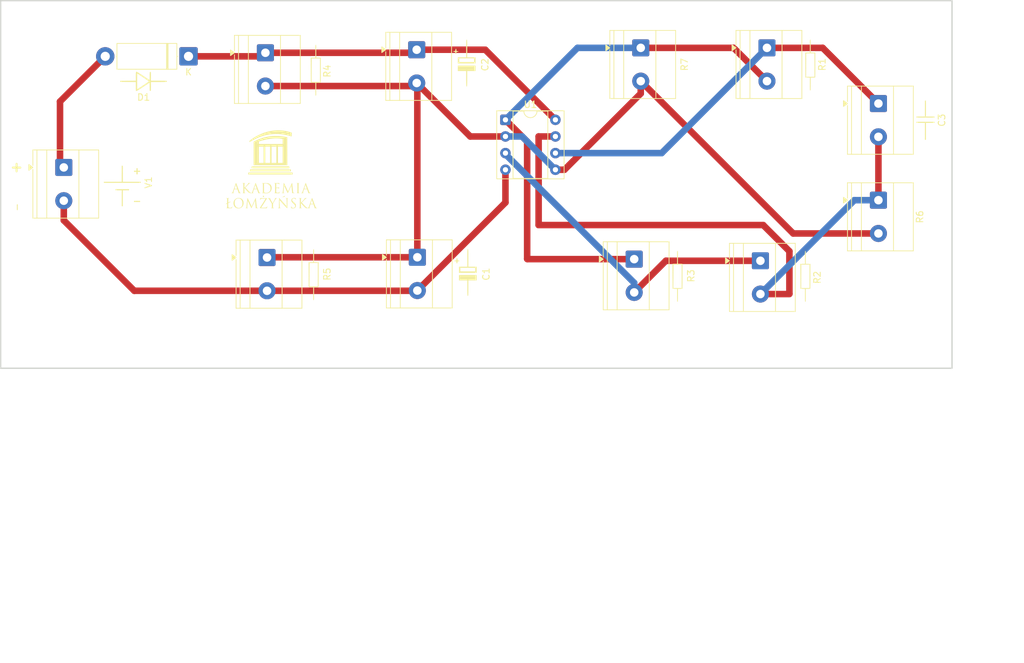
<source format=kicad_pcb>
(kicad_pcb (version 20241229) (generator "pcbnew") (generator_version "9.0")
  (layers (0 "F.Cu" signal) (2 "B.Cu" signal) (13 "F.Paste" user) (15 "B.Paste" user) (5 "F.SilkS" user "F.Silkscreen") (7 "B.SilkS" user "B.Silkscreen") (1 "F.Mask" user) (3 "B.Mask" user) (25 "Edge.Cuts" user))
  (net 0 "")
  (net 1 "GND")
  (net 2 "Net-(U1-V-)")
  (net 3 "Net-(D1-K)")
  (net 4 "Net-(U1-B-)")
  (net 5 "Net-(U1-OUT_B)")
  (net 6 "Net-(D1-A)")
  (net 7 "Net-(U1-OUT_A)")
  (net 8 "Net-(U1-A+)")
  (footprint "MountingHole:MountingHole_4.3mm_M4" (layer "F.Cu") (at 209.25 46.5)
    (property "Reference" "REF**" (hide yes))
    (property "Value" "MountingHole_4.3mm_M4" (hide yes))
    (pad "" np_thru_hole circle (at 0 0) (size 4.3 4.3) (drill 4.3) (layers "*.Cu" "*.Mask"))
  )
  (footprint "TerminalBlock_Phoenix:TerminalBlock_Phoenix_MKDS-1,5-2-5.08_1x02_P5.08mm_Horizontal" (layer "F.Cu") (at 203.3275 71.455 -90)
    (property "Reference" "R6" (at 2.54 -6.32 90) (layer "F.SilkS"))
    (property "Value" "OUTPUT 2")
    (pad "1" thru_hole roundrect (at 0 0 270) (size 2.6 2.6) (drill 1.3) (layers "*.Cu" "*.Mask") (roundrect_rratio 0.096154) (net 5 "Net-(U1-OUT_B)"))
    (pad "2" thru_hole circle (at 5.08 0 270) (size 2.6 2.6) (drill 1.3) (layers "*.Cu" "*.Mask") (net 1 "GND"))
  )
  (footprint "MountingHole:MountingHole_4.3mm_M4" (layer "F.Cu") (at 209.201041 91.400739)
    (property "Reference" "REF**" (hide yes))
    (property "Value" "MountingHole_4.3mm_M4" (hide yes))
    (pad "" np_thru_hole circle (at 0 0) (size 4.3 4.3) (drill 4.3) (layers "*.Cu" "*.Mask"))
  )
  (footprint "kicad moje pliki:kondensator_bipolarny_symbol" (layer "F.Cu") (at 210.5 59.25 90)
    (property "Reference" "C" (hide yes))
    (property "Value" "LOGO" (hide yes))
  )
  (footprint "kicad moje pliki:rezystor_symbol" (layer "F.Cu") (at 193 50.75 90)
    (property "Reference" "G***" (hide yes))
    (property "Value" "LOGO" (hide yes))
  )
  (footprint "TerminalBlock_Phoenix:TerminalBlock_Phoenix_MKDS-1,5-2-5.08_1x02_P5.08mm_Horizontal" (layer "F.Cu") (at 185.3275 80.705 -90)
    (property "Reference" "R2" (at 2.545 -8.6725 90) (layer "F.SilkS"))
    (property "Value" "4k")
    (pad "1" thru_hole roundrect (at 0 0 270) (size 2.6 2.6) (drill 1.3) (layers "*.Cu" "*.Mask") (roundrect_rratio 0.096154) (net 8 "Net-(U1-A+)"))
    (pad "2" thru_hole circle (at 5.08 0 270) (size 2.6 2.6) (drill 1.3) (layers "*.Cu" "*.Mask") (net 5 "Net-(U1-OUT_B)"))
  )
  (footprint "MountingHole:MountingHole_4.3mm_M4" (layer "F.Cu") (at 74.478333 91.362235)
    (property "Reference" "REF**" (hide yes))
    (property "Value" "MountingHole_4.3mm_M4" (hide yes))
    (pad "" np_thru_hole circle (at 0 0) (size 4.3 4.3) (drill 4.3) (layers "*.Cu" "*.Mask"))
  )
  (footprint "TerminalBlock_Phoenix:TerminalBlock_Phoenix_MKDS-1,5-2-5.08_1x02_P5.08mm_Horizontal" (layer "F.Cu") (at 167.0775 48.205 -90)
    (property "Reference" "R7" (at 2.545 -6.6725 90) (layer "F.SilkS"))
    (property "Value" "OUTPUT1")
    (pad "1" thru_hole roundrect (at 0 0 270) (size 2.6 2.6) (drill 1.3) (layers "*.Cu" "*.Mask") (roundrect_rratio 0.096154) (net 7 "Net-(U1-OUT_A)"))
    (pad "2" thru_hole circle (at 5.08 0 270) (size 2.6 2.6) (drill 1.3) (layers "*.Cu" "*.Mask") (net 1 "GND"))
  )
  (footprint "kicad moje pliki:dioda_prostownicza" (layer "F.Cu") (at 91.5 53.25)
    (property "Reference" "G***" (hide yes))
    (property "Value" "LOGO" (hide yes))
  )
  (footprint "kicad moje pliki:rezystor_symbol" (layer "F.Cu") (at 117.25 82.75 90)
    (property "Reference" "G***" (hide yes))
    (property "Value" "LOGO" (hide yes))
  )
  (footprint "Diode_THT:D_5W_P12.70mm_Horizontal" (layer "F.Cu") (at 98.1 49.5 180)
    (property "Reference" "D1" (at 6.85 -6.25 0) (layer "F.SilkS"))
    (property "Value" "1N4148WT")
    (fp_text user "K" (at 0 -2.4 0) (layer "F.SilkS"))
    (pad "1" thru_hole roundrect (at 0 0 180) (size 2.8 2.8) (drill 1.4) (layers "*.Cu" "*.Mask") (roundrect_rratio 0.089286) (net 3 "Net-(D1-K)"))
    (pad "2" thru_hole circle (at 12.7 0 180) (size 2.8 2.8) (drill 1.4) (layers "*.Cu" "*.Mask") (net 6 "Net-(D1-A)"))
  )
  (footprint "TerminalBlock_Phoenix:TerminalBlock_Phoenix_MKDS-1,5-2-5.08_1x02_P5.08mm_Horizontal" (layer "F.Cu") (at 79.0775 66.455 -90)
    (property "Reference" "V1" (at 2.295 -12.9225 90) (layer "F.SilkS"))
    (property "Value" "~")
    (pad "1" thru_hole roundrect (at 0 0 270) (size 2.6 2.6) (drill 1.3) (layers "*.Cu" "*.Mask") (roundrect_rratio 0.096154) (net 6 "Net-(D1-A)"))
    (pad "2" thru_hole circle (at 5.08 0 270) (size 2.6 2.6) (drill 1.3) (layers "*.Cu" "*.Mask") (net 2 "Net-(U1-V-)"))
  )
  (footprint "kicad moje pliki:LOGO_AL" (layer "F.Cu") (at 110.749213 67.495923)
    (property "Reference" "G***" (hide yes))
    (property "Value" "LOGO" (hide yes))
  )
  (footprint "MountingHole:MountingHole_4.3mm_M4" (layer "F.Cu") (at 74.5 46.5)
    (property "Reference" "REF**" (hide yes))
    (property "Value" "MountingHole_4.3mm_M4" (hide yes))
    (pad "" np_thru_hole circle (at 0 0) (size 4.3 4.3) (drill 4.3) (layers "*.Cu" "*.Mask"))
  )
  (footprint "TerminalBlock_Phoenix:TerminalBlock_Phoenix_MKDS-1,5-2-5.08_1x02_P5.08mm_Horizontal" (layer "F.Cu") (at 203.3275 56.705 -90)
    (property "Reference" "C3" (at 2.545 -9.6725 90) (layer "F.SilkS"))
    (property "Value" "0.1uF")
    (pad "1" thru_hole roundrect (at 0 0 270) (size 2.6 2.6) (drill 1.3) (layers "*.Cu" "*.Mask") (roundrect_rratio 0.096154) (net 4 "Net-(U1-B-)"))
    (pad "2" thru_hole circle (at 5.08 0 270) (size 2.6 2.6) (drill 1.3) (layers "*.Cu" "*.Mask") (net 5 "Net-(U1-OUT_B)"))
  )
  (footprint "kicad moje pliki:kondensator_bipolarny_symbol" (layer "F.Cu") (at 140.5 50.5)
    (property "Reference" "G***" (hide yes))
    (property "Value" "LOGO" (hide yes))
  )
  (footprint "TerminalBlock_Phoenix:TerminalBlock_Phoenix_MKDS-1,5-2-5.08_1x02_P5.08mm_Horizontal" (layer "F.Cu") (at 132.905 48.49 -90)
    (property "Reference" "C2" (at 2.295 -10.4225 90) (layer "F.SilkS"))
    (property "Value" "100uF")
    (pad "1" thru_hole roundrect (at 0 0 270) (size 2.6 2.6) (drill 1.3) (layers "*.Cu" "*.Mask") (roundrect_rratio 0.096154) (net 3 "Net-(D1-K)"))
    (pad "2" thru_hole circle (at 5.08 0 270) (size 2.6 2.6) (drill 1.3) (layers "*.Cu" "*.Mask") (net 1 "GND"))
  )
  (footprint "TerminalBlock_Phoenix:TerminalBlock_Phoenix_MKDS-1,5-2-5.08_1x02_P5.08mm_Horizontal" (layer "F.Cu") (at 109.8275 48.955 -90)
    (property "Reference" "R4" (at 2.795 -9.4225 90) (layer "F.SilkS"))
    (property "Value" "470")
    (pad "1" thru_hole roundrect (at 0 0 270) (size 2.6 2.6) (drill 1.3) (layers "*.Cu" "*.Mask") (roundrect_rratio 0.096154) (net 3 "Net-(D1-K)"))
    (pad "2" thru_hole circle (at 5.08 0 270) (size 2.6 2.6) (drill 1.3) (layers "*.Cu" "*.Mask") (net 1 "GND"))
  )
  (footprint "kicad moje pliki:bateria_symbol" (layer "F.Cu") (at 88 69.25)
    (property "Reference" "G***" (hide yes))
    (property "Value" "LOGO" (hide yes))
  )
  (footprint "kicad moje pliki:rezystor_symbol" (layer "F.Cu") (at 117.5775 51.535 90)
    (property "Reference" "G***" (hide yes))
    (property "Value" "LOGO" (hide yes))
  )
  (footprint "TerminalBlock_Phoenix:TerminalBlock_Phoenix_MKDS-1,5-2-5.08_1x02_P5.08mm_Horizontal" (layer "F.Cu") (at 110.0775 80.205 -90)
    (property "Reference" "R5" (at 2.545 -9.1725 90) (layer "F.SilkS"))
    (property "Value" "470")
    (pad "1" thru_hole roundrect (at 0 0 270) (size 2.6 2.6) (drill 1.3) (layers "*.Cu" "*.Mask") (roundrect_rratio 0.096154) (net 1 "GND"))
    (pad "2" thru_hole circle (at 5.08 0 270) (size 2.6 2.6) (drill 1.3) (layers "*.Cu" "*.Mask") (net 2 "Net-(U1-V-)"))
  )
  (footprint "TerminalBlock_Phoenix:TerminalBlock_Phoenix_MKDS-1,5-2-5.08_1x02_P5.08mm_Horizontal" (layer "F.Cu") (at 186.3275 48.205 -90)
    (property "Reference" "R1" (at 2.545 -8.4225 90) (layer "F.SilkS"))
    (property "Value" "2.7k")
    (pad "1" thru_hole roundrect (at 0 0 270) (size 2.6 2.6) (drill 1.3) (layers "*.Cu" "*.Mask") (roundrect_rratio 0.096154) (net 4 "Net-(U1-B-)"))
    (pad "2" thru_hole circle (at 5.08 0 270) (size 2.6 2.6) (drill 1.3) (layers "*.Cu" "*.Mask") (net 7 "Net-(U1-OUT_A)"))
  )
  (footprint "TerminalBlock_Phoenix:TerminalBlock_Phoenix_MKDS-1,5-2-5.08_1x02_P5.08mm_Horizontal" (layer "F.Cu") (at 133 80.17 -90)
    (property "Reference" "C1" (at 2.58 -10.5 90) (layer "F.SilkS"))
    (property "Value" "100uF")
    (pad "1" thru_hole roundrect (at 0 0 270) (size 2.6 2.6) (drill 1.3) (layers "*.Cu" "*.Mask") (roundrect_rratio 0.096154) (net 1 "GND"))
    (pad "2" thru_hole circle (at 5.08 0 270) (size 2.6 2.6) (drill 1.3) (layers "*.Cu" "*.Mask") (net 2 "Net-(U1-V-)"))
  )
  (footprint "kicad moje pliki:rezystor_symbol" (layer "F.Cu") (at 192.25 83 90)
    (property "Reference" "G***" (hide yes))
    (property "Value" "LOGO" (hide yes))
  )
  (footprint "TerminalBlock_Phoenix:TerminalBlock_Phoenix_MKDS-1,5-2-5.08_1x02_P5.08mm_Horizontal" (layer "F.Cu") (at 166.0775 80.455 -90)
    (property "Reference" "R3" (at 2.545 -8.6725 90) (layer "F.SilkS"))
    (property "Value" "4.2k")
    (pad "1" thru_hole roundrect (at 0 0 270) (size 2.6 2.6) (drill 1.3) (layers "*.Cu" "*.Mask") (roundrect_rratio 0.096154) (net 7 "Net-(U1-OUT_A)"))
    (pad "2" thru_hole circle (at 5.08 0 270) (size 2.6 2.6) (drill 1.3) (layers "*.Cu" "*.Mask") (net 8 "Net-(U1-A+)"))
  )
  (footprint "Package_DIP:DIP-8_W7.62mm_Socket" (layer "F.Cu") (at 146.44 59.19)
    (property "Reference" "U1" (at 3.81 -2.33 0) (layer "F.SilkS"))
    (property "Value" "LM358")
    (pad "1" thru_hole roundrect (at 0 0) (size 1.6 1.6) (drill 0.8) (layers "*.Cu" "*.Mask") (roundrect_rratio 0.15625) (net 7 "Net-(U1-OUT_A)"))
    (pad "2" thru_hole circle (at 0 2.54) (size 1.6 1.6) (drill 0.8) (layers "*.Cu" "*.Mask") (net 1 "GND"))
    (pad "3" thru_hole circle (at 0 5.08) (size 1.6 1.6) (drill 0.8) (layers "*.Cu" "*.Mask") (net 8 "Net-(U1-A+)"))
    (pad "4" thru_hole circle (at 0 7.62) (size 1.6 1.6) (drill 0.8) (layers "*.Cu" "*.Mask") (net 2 "Net-(U1-V-)"))
    (pad "5" thru_hole circle (at 7.62 7.62) (size 1.6 1.6) (drill 0.8) (layers "*.Cu" "*.Mask") (net 1 "GND"))
    (pad "6" thru_hole circle (at 7.62 5.08) (size 1.6 1.6) (drill 0.8) (layers "*.Cu" "*.Mask") (net 4 "Net-(U1-B-)"))
    (pad "7" thru_hole circle (at 7.62 2.54) (size 1.6 1.6) (drill 0.8) (layers "*.Cu" "*.Mask") (net 5 "Net-(U1-OUT_B)"))
    (pad "8" thru_hole circle (at 7.62 0) (size 1.6 1.6) (drill 0.8) (layers "*.Cu" "*.Mask") (net 3 "Net-(D1-K)"))
  )
  (footprint "kicad moje pliki:kondensator_bipolarny_symbol" (layer "F.Cu") (at 140.6725 82.465)
    (property "Reference" "G***" (hide yes))
    (property "Value" "LOGO" (hide yes))
  )
  (footprint "kicad moje pliki:rezystor_symbol" (layer "F.Cu") (at 172.75 83 90)
    (property "Reference" "G***" (hide yes))
    (property "Value" "LOGO" (hide yes))
  )
  (gr_rect (start 69.446876 41) (end 214.553123 97.106246) (stroke (width 0.2)) (fill no) (layer "Edge.Cuts"))
  (gr_text "-" (at 72.5 73.25 90) (layer "F.SilkS") (effects (font (size 1 1)) (justify left bottom)))
  (gr_text "+" (at 70.75 67.25 0) (layer "F.SilkS") (effects (font (size 1.5 1.5) (thickness 0.3) (bold yes)) (justify left bottom)))
  (segment (start 132.905 53.57) (end 141.065 61.73) (width 1) (layer "F.Cu") (net 1))
  (segment (start 167.0775 53.285) (end 167.0775 55.1725) (width 1) (layer "F.Cu") (net 1))
  (segment (start 109.8275 54.035) (end 132.44 54.035) (width 1) (layer "F.Cu") (net 1))
  (segment (start 110.1125 80.17) (end 110.0775 80.205) (width 1) (layer "F.Cu") (net 1))
  (segment (start 190.3275 76.535) (end 203.3275 76.535) (width 1) (layer "F.Cu") (net 1))
  (segment (start 167.0775 53.285) (end 190.3275 76.535) (width 1) (layer "F.Cu") (net 1))
  (segment (start 133 53.665) (end 132.905 53.57) (width 1) (layer "F.Cu") (net 1))
  (segment (start 141.065 61.73) (end 146.44 61.73) (width 1) (layer "F.Cu") (net 1))
  (segment (start 167.0775 55.1725) (end 155.44 66.81) (width 1) (layer "F.Cu") (net 1))
  (segment (start 132.44 54.035) (end 132.905 53.57) (width 1) (layer "F.Cu") (net 1))
  (segment (start 133 80.17) (end 110.1125 80.17) (width 1) (layer "F.Cu") (net 1))
  (segment (start 133 80.17) (end 133 53.665) (width 1) (layer "F.Cu") (net 1))
  (segment (start 155.44 66.81) (end 154.06 66.81) (width 1) (layer "F.Cu") (net 1))
  (segment (start 146.44 61.73) (end 148.98 61.73) (width 1) (layer "B.Cu") (net 1))
  (segment (start 148.98 61.73) (end 154.06 66.81) (width 1) (layer "B.Cu") (net 1))
  (segment (start 146.44 71.81) (end 146.44 66.81) (width 1) (layer "F.Cu") (net 2))
  (segment (start 132.965 85.285) (end 133 85.25) (width 1) (layer "F.Cu") (net 2))
  (segment (start 79.0775 74.535) (end 89.8275 85.285) (width 1) (layer "F.Cu") (net 2))
  (segment (start 79.0775 71.535) (end 79.0775 74.535) (width 1) (layer "F.Cu") (net 2))
  (segment (start 133 85.25) (end 146.44 71.81) (width 1) (layer "F.Cu") (net 2))
  (segment (start 89.8275 85.285) (end 110.0775 85.285) (width 1) (layer "F.Cu") (net 2))
  (segment (start 110.0775 85.285) (end 132.965 85.285) (width 1) (layer "F.Cu") (net 2))
  (segment (start 98.1 49.5) (end 109.2825 49.5) (width 1) (layer "F.Cu") (net 3))
  (segment (start 109.2825 49.5) (end 109.8275 48.955) (width 1) (layer "F.Cu") (net 3))
  (segment (start 132.44 48.955) (end 132.905 48.49) (width 1) (layer "F.Cu") (net 3))
  (segment (start 109.8275 48.955) (end 132.44 48.955) (width 1) (layer "F.Cu") (net 3))
  (segment (start 132.905 48.49) (end 143.36 48.49) (width 1) (layer "F.Cu") (net 3))
  (segment (start 143.36 48.49) (end 154.06 59.19) (width 1) (layer "F.Cu") (net 3))
  (segment (start 186.3275 48.205) (end 194.8275 48.205) (width 1) (layer "F.Cu") (net 4))
  (segment (start 194.8275 48.205) (end 203.3275 56.705) (width 1) (layer "F.Cu") (net 4))
  (segment (start 154.06 64.27) (end 170.2625 64.27) (width 1) (layer "B.Cu") (net 4))
  (segment (start 170.2625 64.27) (end 186.3275 48.205) (width 1) (layer "B.Cu") (net 4))
  (segment (start 185.3275 85.785) (end 189.715 85.785) (width 1) (layer "F.Cu") (net 5))
  (segment (start 151.5 61.73) (end 154.06 61.73) (width 1) (layer "F.Cu") (net 5))
  (segment (start 185.75 75.25) (end 151.5 75.25) (width 1) (layer "F.Cu") (net 5))
  (segment (start 151.5 75.25) (end 151.5 61.73) (width 1) (layer "F.Cu") (net 5))
  (segment (start 203.3275 61.785) (end 203.3275 71.455) (width 1) (layer "F.Cu") (net 5))
  (segment (start 189.75 79.25) (end 185.75 75.25) (width 1) (layer "F.Cu") (net 5))
  (segment (start 189.715 85.785) (end 189.75 85.75) (width 1) (layer "F.Cu") (net 5))
  (segment (start 189.75 85.75) (end 189.75 79.25) (width 1) (layer "F.Cu") (net 5))
  (segment (start 203.3275 71.455) (end 199.6575 71.455) (width 1) (layer "B.Cu") (net 5))
  (segment (start 199.6575 71.455) (end 185.3275 85.785) (width 1) (layer "B.Cu") (net 5))
  (segment (start 79.0775 66.455) (end 78.5 65.8775) (width 1) (layer "F.Cu") (net 6))
  (segment (start 78.5 65.8775) (end 78.5 56.4) (width 1) (layer "F.Cu") (net 6))
  (segment (start 78.5 56.4) (end 85.4 49.5) (width 1) (layer "F.Cu") (net 6))
  (segment (start 149.75 80.41) (end 149.795 80.455) (width 1) (layer "F.Cu") (net 7))
  (segment (start 149.75 62.5) (end 149.75 80.41) (width 1) (layer "F.Cu") (net 7))
  (segment (start 167.0775 48.205) (end 181.2475 48.205) (width 1) (layer "F.Cu") (net 7))
  (segment (start 181.2475 48.205) (end 186.3275 53.285) (width 1) (layer "F.Cu") (net 7))
  (segment (start 149.795 80.455) (end 166.0775 80.455) (width 1) (layer "F.Cu") (net 7))
  (segment (start 146.44 59.19) (end 149.75 62.5) (width 1) (layer "F.Cu") (net 7))
  (segment (start 146.44 59.19) (end 157.425 48.205) (width 1) (layer "B.Cu") (net 7))
  (segment (start 157.425 48.205) (end 167.0775 48.205) (width 1) (layer "B.Cu") (net 7))
  (segment (start 166.0775 85.535) (end 170.9075 80.705) (width 1) (layer "F.Cu") (net 8))
  (segment (start 170.9075 80.705) (end 185.3275 80.705) (width 1) (layer "F.Cu") (net 8))
  (segment (start 166.0775 84.0775) (end 166.0775 85.535) (width 1) (layer "B.Cu") (net 8))
  (segment (start 146.44 64.44) (end 166.0775 84.0775) (width 1) (layer "B.Cu") (net 8))
  (segment (start 146.44 64.27) (end 146.44 64.44) (width 1) (layer "B.Cu") (net 8))
)
</source>
